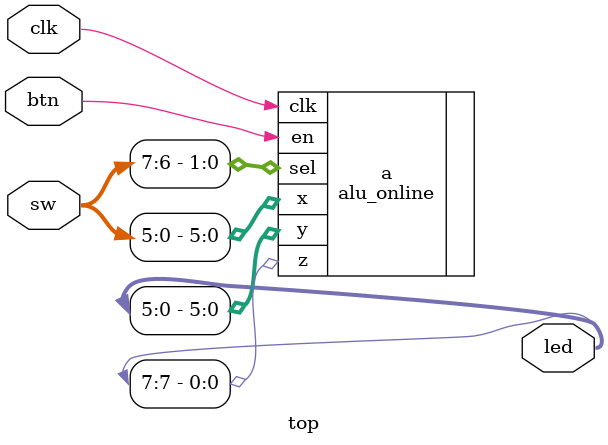
<source format=v>
`timescale 1ns / 1ps

module top(
    input clk, btn,
    input[7 : 0] sw,
    output[7 : 0] led
);
    alu_online a(.clk(clk), .en(btn), .sel(sw[7 : 6]), 
        .x(sw[5 : 0]), .y(led[5 : 0]), .z(led[7]));
endmodule
</source>
